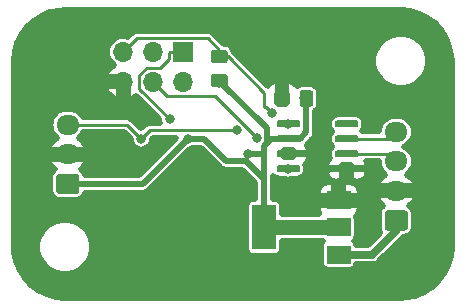
<source format=gbr>
G04 #@! TF.GenerationSoftware,KiCad,Pcbnew,(5.1.4)-1*
G04 #@! TF.CreationDate,2020-03-11T00:03:17-04:00*
G04 #@! TF.ProjectId,Psyduck,50737964-7563-46b2-9e6b-696361645f70,rev?*
G04 #@! TF.SameCoordinates,Original*
G04 #@! TF.FileFunction,Copper,L2,Bot*
G04 #@! TF.FilePolarity,Positive*
%FSLAX46Y46*%
G04 Gerber Fmt 4.6, Leading zero omitted, Abs format (unit mm)*
G04 Created by KiCad (PCBNEW (5.1.4)-1) date 2020-03-11 00:03:17*
%MOMM*%
%LPD*%
G04 APERTURE LIST*
%ADD10O,1.950000X1.700000*%
%ADD11C,0.100000*%
%ADD12C,1.700000*%
%ADD13C,1.150000*%
%ADD14R,2.000000X1.500000*%
%ADD15R,2.000000X3.800000*%
%ADD16C,0.600000*%
%ADD17O,1.700000X1.700000*%
%ADD18R,1.700000X1.700000*%
%ADD19C,0.800000*%
%ADD20C,0.508000*%
%ADD21C,1.270000*%
%ADD22C,0.250000*%
%ADD23C,0.635000*%
G04 APERTURE END LIST*
D10*
X17780000Y-22940000D03*
X17780000Y-25440000D03*
D11*
G36*
X18529504Y-27091204D02*
G01*
X18553773Y-27094804D01*
X18577571Y-27100765D01*
X18600671Y-27109030D01*
X18622849Y-27119520D01*
X18643893Y-27132133D01*
X18663598Y-27146747D01*
X18681777Y-27163223D01*
X18698253Y-27181402D01*
X18712867Y-27201107D01*
X18725480Y-27222151D01*
X18735970Y-27244329D01*
X18744235Y-27267429D01*
X18750196Y-27291227D01*
X18753796Y-27315496D01*
X18755000Y-27340000D01*
X18755000Y-28540000D01*
X18753796Y-28564504D01*
X18750196Y-28588773D01*
X18744235Y-28612571D01*
X18735970Y-28635671D01*
X18725480Y-28657849D01*
X18712867Y-28678893D01*
X18698253Y-28698598D01*
X18681777Y-28716777D01*
X18663598Y-28733253D01*
X18643893Y-28747867D01*
X18622849Y-28760480D01*
X18600671Y-28770970D01*
X18577571Y-28779235D01*
X18553773Y-28785196D01*
X18529504Y-28788796D01*
X18505000Y-28790000D01*
X17055000Y-28790000D01*
X17030496Y-28788796D01*
X17006227Y-28785196D01*
X16982429Y-28779235D01*
X16959329Y-28770970D01*
X16937151Y-28760480D01*
X16916107Y-28747867D01*
X16896402Y-28733253D01*
X16878223Y-28716777D01*
X16861747Y-28698598D01*
X16847133Y-28678893D01*
X16834520Y-28657849D01*
X16824030Y-28635671D01*
X16815765Y-28612571D01*
X16809804Y-28588773D01*
X16806204Y-28564504D01*
X16805000Y-28540000D01*
X16805000Y-27340000D01*
X16806204Y-27315496D01*
X16809804Y-27291227D01*
X16815765Y-27267429D01*
X16824030Y-27244329D01*
X16834520Y-27222151D01*
X16847133Y-27201107D01*
X16861747Y-27181402D01*
X16878223Y-27163223D01*
X16896402Y-27146747D01*
X16916107Y-27132133D01*
X16937151Y-27119520D01*
X16959329Y-27109030D01*
X16982429Y-27100765D01*
X17006227Y-27094804D01*
X17030496Y-27091204D01*
X17055000Y-27090000D01*
X18505000Y-27090000D01*
X18529504Y-27091204D01*
X18529504Y-27091204D01*
G37*
D12*
X17780000Y-27940000D03*
D10*
X45593000Y-23535000D03*
X45593000Y-26035000D03*
X45593000Y-28535000D03*
D11*
G36*
X46342504Y-30186204D02*
G01*
X46366773Y-30189804D01*
X46390571Y-30195765D01*
X46413671Y-30204030D01*
X46435849Y-30214520D01*
X46456893Y-30227133D01*
X46476598Y-30241747D01*
X46494777Y-30258223D01*
X46511253Y-30276402D01*
X46525867Y-30296107D01*
X46538480Y-30317151D01*
X46548970Y-30339329D01*
X46557235Y-30362429D01*
X46563196Y-30386227D01*
X46566796Y-30410496D01*
X46568000Y-30435000D01*
X46568000Y-31635000D01*
X46566796Y-31659504D01*
X46563196Y-31683773D01*
X46557235Y-31707571D01*
X46548970Y-31730671D01*
X46538480Y-31752849D01*
X46525867Y-31773893D01*
X46511253Y-31793598D01*
X46494777Y-31811777D01*
X46476598Y-31828253D01*
X46456893Y-31842867D01*
X46435849Y-31855480D01*
X46413671Y-31865970D01*
X46390571Y-31874235D01*
X46366773Y-31880196D01*
X46342504Y-31883796D01*
X46318000Y-31885000D01*
X44868000Y-31885000D01*
X44843496Y-31883796D01*
X44819227Y-31880196D01*
X44795429Y-31874235D01*
X44772329Y-31865970D01*
X44750151Y-31855480D01*
X44729107Y-31842867D01*
X44709402Y-31828253D01*
X44691223Y-31811777D01*
X44674747Y-31793598D01*
X44660133Y-31773893D01*
X44647520Y-31752849D01*
X44637030Y-31730671D01*
X44628765Y-31707571D01*
X44622804Y-31683773D01*
X44619204Y-31659504D01*
X44618000Y-31635000D01*
X44618000Y-30435000D01*
X44619204Y-30410496D01*
X44622804Y-30386227D01*
X44628765Y-30362429D01*
X44637030Y-30339329D01*
X44647520Y-30317151D01*
X44660133Y-30296107D01*
X44674747Y-30276402D01*
X44691223Y-30258223D01*
X44709402Y-30241747D01*
X44729107Y-30227133D01*
X44750151Y-30214520D01*
X44772329Y-30204030D01*
X44795429Y-30195765D01*
X44819227Y-30189804D01*
X44843496Y-30186204D01*
X44868000Y-30185000D01*
X46318000Y-30185000D01*
X46342504Y-30186204D01*
X46342504Y-30186204D01*
G37*
D12*
X45593000Y-31035000D03*
D11*
G36*
X36281505Y-20002204D02*
G01*
X36305773Y-20005804D01*
X36329572Y-20011765D01*
X36352671Y-20020030D01*
X36374850Y-20030520D01*
X36395893Y-20043132D01*
X36415599Y-20057747D01*
X36433777Y-20074223D01*
X36450253Y-20092401D01*
X36464868Y-20112107D01*
X36477480Y-20133150D01*
X36487970Y-20155329D01*
X36496235Y-20178428D01*
X36502196Y-20202227D01*
X36505796Y-20226495D01*
X36507000Y-20250999D01*
X36507000Y-21151001D01*
X36505796Y-21175505D01*
X36502196Y-21199773D01*
X36496235Y-21223572D01*
X36487970Y-21246671D01*
X36477480Y-21268850D01*
X36464868Y-21289893D01*
X36450253Y-21309599D01*
X36433777Y-21327777D01*
X36415599Y-21344253D01*
X36395893Y-21358868D01*
X36374850Y-21371480D01*
X36352671Y-21381970D01*
X36329572Y-21390235D01*
X36305773Y-21396196D01*
X36281505Y-21399796D01*
X36257001Y-21401000D01*
X35606999Y-21401000D01*
X35582495Y-21399796D01*
X35558227Y-21396196D01*
X35534428Y-21390235D01*
X35511329Y-21381970D01*
X35489150Y-21371480D01*
X35468107Y-21358868D01*
X35448401Y-21344253D01*
X35430223Y-21327777D01*
X35413747Y-21309599D01*
X35399132Y-21289893D01*
X35386520Y-21268850D01*
X35376030Y-21246671D01*
X35367765Y-21223572D01*
X35361804Y-21199773D01*
X35358204Y-21175505D01*
X35357000Y-21151001D01*
X35357000Y-20250999D01*
X35358204Y-20226495D01*
X35361804Y-20202227D01*
X35367765Y-20178428D01*
X35376030Y-20155329D01*
X35386520Y-20133150D01*
X35399132Y-20112107D01*
X35413747Y-20092401D01*
X35430223Y-20074223D01*
X35448401Y-20057747D01*
X35468107Y-20043132D01*
X35489150Y-20030520D01*
X35511329Y-20020030D01*
X35534428Y-20011765D01*
X35558227Y-20005804D01*
X35582495Y-20002204D01*
X35606999Y-20001000D01*
X36257001Y-20001000D01*
X36281505Y-20002204D01*
X36281505Y-20002204D01*
G37*
D13*
X35932000Y-20701000D03*
D11*
G36*
X38331505Y-20002204D02*
G01*
X38355773Y-20005804D01*
X38379572Y-20011765D01*
X38402671Y-20020030D01*
X38424850Y-20030520D01*
X38445893Y-20043132D01*
X38465599Y-20057747D01*
X38483777Y-20074223D01*
X38500253Y-20092401D01*
X38514868Y-20112107D01*
X38527480Y-20133150D01*
X38537970Y-20155329D01*
X38546235Y-20178428D01*
X38552196Y-20202227D01*
X38555796Y-20226495D01*
X38557000Y-20250999D01*
X38557000Y-21151001D01*
X38555796Y-21175505D01*
X38552196Y-21199773D01*
X38546235Y-21223572D01*
X38537970Y-21246671D01*
X38527480Y-21268850D01*
X38514868Y-21289893D01*
X38500253Y-21309599D01*
X38483777Y-21327777D01*
X38465599Y-21344253D01*
X38445893Y-21358868D01*
X38424850Y-21371480D01*
X38402671Y-21381970D01*
X38379572Y-21390235D01*
X38355773Y-21396196D01*
X38331505Y-21399796D01*
X38307001Y-21401000D01*
X37656999Y-21401000D01*
X37632495Y-21399796D01*
X37608227Y-21396196D01*
X37584428Y-21390235D01*
X37561329Y-21381970D01*
X37539150Y-21371480D01*
X37518107Y-21358868D01*
X37498401Y-21344253D01*
X37480223Y-21327777D01*
X37463747Y-21309599D01*
X37449132Y-21289893D01*
X37436520Y-21268850D01*
X37426030Y-21246671D01*
X37417765Y-21223572D01*
X37411804Y-21199773D01*
X37408204Y-21175505D01*
X37407000Y-21151001D01*
X37407000Y-20250999D01*
X37408204Y-20226495D01*
X37411804Y-20202227D01*
X37417765Y-20178428D01*
X37426030Y-20155329D01*
X37436520Y-20133150D01*
X37449132Y-20112107D01*
X37463747Y-20092401D01*
X37480223Y-20074223D01*
X37498401Y-20057747D01*
X37518107Y-20043132D01*
X37539150Y-20030520D01*
X37561329Y-20020030D01*
X37584428Y-20011765D01*
X37608227Y-20005804D01*
X37632495Y-20002204D01*
X37656999Y-20001000D01*
X38307001Y-20001000D01*
X38331505Y-20002204D01*
X38331505Y-20002204D01*
G37*
D13*
X37982000Y-20701000D03*
D14*
X40717000Y-29323000D03*
X40717000Y-33923000D03*
X40717000Y-31623000D03*
D15*
X34417000Y-31623000D03*
D11*
G36*
X42241703Y-26370722D02*
G01*
X42256264Y-26372882D01*
X42270543Y-26376459D01*
X42284403Y-26381418D01*
X42297710Y-26387712D01*
X42310336Y-26395280D01*
X42322159Y-26404048D01*
X42333066Y-26413934D01*
X42342952Y-26424841D01*
X42351720Y-26436664D01*
X42359288Y-26449290D01*
X42365582Y-26462597D01*
X42370541Y-26476457D01*
X42374118Y-26490736D01*
X42376278Y-26505297D01*
X42377000Y-26520000D01*
X42377000Y-26820000D01*
X42376278Y-26834703D01*
X42374118Y-26849264D01*
X42370541Y-26863543D01*
X42365582Y-26877403D01*
X42359288Y-26890710D01*
X42351720Y-26903336D01*
X42342952Y-26915159D01*
X42333066Y-26926066D01*
X42322159Y-26935952D01*
X42310336Y-26944720D01*
X42297710Y-26952288D01*
X42284403Y-26958582D01*
X42270543Y-26963541D01*
X42256264Y-26967118D01*
X42241703Y-26969278D01*
X42227000Y-26970000D01*
X40577000Y-26970000D01*
X40562297Y-26969278D01*
X40547736Y-26967118D01*
X40533457Y-26963541D01*
X40519597Y-26958582D01*
X40506290Y-26952288D01*
X40493664Y-26944720D01*
X40481841Y-26935952D01*
X40470934Y-26926066D01*
X40461048Y-26915159D01*
X40452280Y-26903336D01*
X40444712Y-26890710D01*
X40438418Y-26877403D01*
X40433459Y-26863543D01*
X40429882Y-26849264D01*
X40427722Y-26834703D01*
X40427000Y-26820000D01*
X40427000Y-26520000D01*
X40427722Y-26505297D01*
X40429882Y-26490736D01*
X40433459Y-26476457D01*
X40438418Y-26462597D01*
X40444712Y-26449290D01*
X40452280Y-26436664D01*
X40461048Y-26424841D01*
X40470934Y-26413934D01*
X40481841Y-26404048D01*
X40493664Y-26395280D01*
X40506290Y-26387712D01*
X40519597Y-26381418D01*
X40533457Y-26376459D01*
X40547736Y-26372882D01*
X40562297Y-26370722D01*
X40577000Y-26370000D01*
X42227000Y-26370000D01*
X42241703Y-26370722D01*
X42241703Y-26370722D01*
G37*
D16*
X41402000Y-26670000D03*
D11*
G36*
X42241703Y-25100722D02*
G01*
X42256264Y-25102882D01*
X42270543Y-25106459D01*
X42284403Y-25111418D01*
X42297710Y-25117712D01*
X42310336Y-25125280D01*
X42322159Y-25134048D01*
X42333066Y-25143934D01*
X42342952Y-25154841D01*
X42351720Y-25166664D01*
X42359288Y-25179290D01*
X42365582Y-25192597D01*
X42370541Y-25206457D01*
X42374118Y-25220736D01*
X42376278Y-25235297D01*
X42377000Y-25250000D01*
X42377000Y-25550000D01*
X42376278Y-25564703D01*
X42374118Y-25579264D01*
X42370541Y-25593543D01*
X42365582Y-25607403D01*
X42359288Y-25620710D01*
X42351720Y-25633336D01*
X42342952Y-25645159D01*
X42333066Y-25656066D01*
X42322159Y-25665952D01*
X42310336Y-25674720D01*
X42297710Y-25682288D01*
X42284403Y-25688582D01*
X42270543Y-25693541D01*
X42256264Y-25697118D01*
X42241703Y-25699278D01*
X42227000Y-25700000D01*
X40577000Y-25700000D01*
X40562297Y-25699278D01*
X40547736Y-25697118D01*
X40533457Y-25693541D01*
X40519597Y-25688582D01*
X40506290Y-25682288D01*
X40493664Y-25674720D01*
X40481841Y-25665952D01*
X40470934Y-25656066D01*
X40461048Y-25645159D01*
X40452280Y-25633336D01*
X40444712Y-25620710D01*
X40438418Y-25607403D01*
X40433459Y-25593543D01*
X40429882Y-25579264D01*
X40427722Y-25564703D01*
X40427000Y-25550000D01*
X40427000Y-25250000D01*
X40427722Y-25235297D01*
X40429882Y-25220736D01*
X40433459Y-25206457D01*
X40438418Y-25192597D01*
X40444712Y-25179290D01*
X40452280Y-25166664D01*
X40461048Y-25154841D01*
X40470934Y-25143934D01*
X40481841Y-25134048D01*
X40493664Y-25125280D01*
X40506290Y-25117712D01*
X40519597Y-25111418D01*
X40533457Y-25106459D01*
X40547736Y-25102882D01*
X40562297Y-25100722D01*
X40577000Y-25100000D01*
X42227000Y-25100000D01*
X42241703Y-25100722D01*
X42241703Y-25100722D01*
G37*
D16*
X41402000Y-25400000D03*
D11*
G36*
X42241703Y-23830722D02*
G01*
X42256264Y-23832882D01*
X42270543Y-23836459D01*
X42284403Y-23841418D01*
X42297710Y-23847712D01*
X42310336Y-23855280D01*
X42322159Y-23864048D01*
X42333066Y-23873934D01*
X42342952Y-23884841D01*
X42351720Y-23896664D01*
X42359288Y-23909290D01*
X42365582Y-23922597D01*
X42370541Y-23936457D01*
X42374118Y-23950736D01*
X42376278Y-23965297D01*
X42377000Y-23980000D01*
X42377000Y-24280000D01*
X42376278Y-24294703D01*
X42374118Y-24309264D01*
X42370541Y-24323543D01*
X42365582Y-24337403D01*
X42359288Y-24350710D01*
X42351720Y-24363336D01*
X42342952Y-24375159D01*
X42333066Y-24386066D01*
X42322159Y-24395952D01*
X42310336Y-24404720D01*
X42297710Y-24412288D01*
X42284403Y-24418582D01*
X42270543Y-24423541D01*
X42256264Y-24427118D01*
X42241703Y-24429278D01*
X42227000Y-24430000D01*
X40577000Y-24430000D01*
X40562297Y-24429278D01*
X40547736Y-24427118D01*
X40533457Y-24423541D01*
X40519597Y-24418582D01*
X40506290Y-24412288D01*
X40493664Y-24404720D01*
X40481841Y-24395952D01*
X40470934Y-24386066D01*
X40461048Y-24375159D01*
X40452280Y-24363336D01*
X40444712Y-24350710D01*
X40438418Y-24337403D01*
X40433459Y-24323543D01*
X40429882Y-24309264D01*
X40427722Y-24294703D01*
X40427000Y-24280000D01*
X40427000Y-23980000D01*
X40427722Y-23965297D01*
X40429882Y-23950736D01*
X40433459Y-23936457D01*
X40438418Y-23922597D01*
X40444712Y-23909290D01*
X40452280Y-23896664D01*
X40461048Y-23884841D01*
X40470934Y-23873934D01*
X40481841Y-23864048D01*
X40493664Y-23855280D01*
X40506290Y-23847712D01*
X40519597Y-23841418D01*
X40533457Y-23836459D01*
X40547736Y-23832882D01*
X40562297Y-23830722D01*
X40577000Y-23830000D01*
X42227000Y-23830000D01*
X42241703Y-23830722D01*
X42241703Y-23830722D01*
G37*
D16*
X41402000Y-24130000D03*
D11*
G36*
X42241703Y-22560722D02*
G01*
X42256264Y-22562882D01*
X42270543Y-22566459D01*
X42284403Y-22571418D01*
X42297710Y-22577712D01*
X42310336Y-22585280D01*
X42322159Y-22594048D01*
X42333066Y-22603934D01*
X42342952Y-22614841D01*
X42351720Y-22626664D01*
X42359288Y-22639290D01*
X42365582Y-22652597D01*
X42370541Y-22666457D01*
X42374118Y-22680736D01*
X42376278Y-22695297D01*
X42377000Y-22710000D01*
X42377000Y-23010000D01*
X42376278Y-23024703D01*
X42374118Y-23039264D01*
X42370541Y-23053543D01*
X42365582Y-23067403D01*
X42359288Y-23080710D01*
X42351720Y-23093336D01*
X42342952Y-23105159D01*
X42333066Y-23116066D01*
X42322159Y-23125952D01*
X42310336Y-23134720D01*
X42297710Y-23142288D01*
X42284403Y-23148582D01*
X42270543Y-23153541D01*
X42256264Y-23157118D01*
X42241703Y-23159278D01*
X42227000Y-23160000D01*
X40577000Y-23160000D01*
X40562297Y-23159278D01*
X40547736Y-23157118D01*
X40533457Y-23153541D01*
X40519597Y-23148582D01*
X40506290Y-23142288D01*
X40493664Y-23134720D01*
X40481841Y-23125952D01*
X40470934Y-23116066D01*
X40461048Y-23105159D01*
X40452280Y-23093336D01*
X40444712Y-23080710D01*
X40438418Y-23067403D01*
X40433459Y-23053543D01*
X40429882Y-23039264D01*
X40427722Y-23024703D01*
X40427000Y-23010000D01*
X40427000Y-22710000D01*
X40427722Y-22695297D01*
X40429882Y-22680736D01*
X40433459Y-22666457D01*
X40438418Y-22652597D01*
X40444712Y-22639290D01*
X40452280Y-22626664D01*
X40461048Y-22614841D01*
X40470934Y-22603934D01*
X40481841Y-22594048D01*
X40493664Y-22585280D01*
X40506290Y-22577712D01*
X40519597Y-22571418D01*
X40533457Y-22566459D01*
X40547736Y-22562882D01*
X40562297Y-22560722D01*
X40577000Y-22560000D01*
X42227000Y-22560000D01*
X42241703Y-22560722D01*
X42241703Y-22560722D01*
G37*
D16*
X41402000Y-22860000D03*
D11*
G36*
X37291703Y-22560722D02*
G01*
X37306264Y-22562882D01*
X37320543Y-22566459D01*
X37334403Y-22571418D01*
X37347710Y-22577712D01*
X37360336Y-22585280D01*
X37372159Y-22594048D01*
X37383066Y-22603934D01*
X37392952Y-22614841D01*
X37401720Y-22626664D01*
X37409288Y-22639290D01*
X37415582Y-22652597D01*
X37420541Y-22666457D01*
X37424118Y-22680736D01*
X37426278Y-22695297D01*
X37427000Y-22710000D01*
X37427000Y-23010000D01*
X37426278Y-23024703D01*
X37424118Y-23039264D01*
X37420541Y-23053543D01*
X37415582Y-23067403D01*
X37409288Y-23080710D01*
X37401720Y-23093336D01*
X37392952Y-23105159D01*
X37383066Y-23116066D01*
X37372159Y-23125952D01*
X37360336Y-23134720D01*
X37347710Y-23142288D01*
X37334403Y-23148582D01*
X37320543Y-23153541D01*
X37306264Y-23157118D01*
X37291703Y-23159278D01*
X37277000Y-23160000D01*
X35627000Y-23160000D01*
X35612297Y-23159278D01*
X35597736Y-23157118D01*
X35583457Y-23153541D01*
X35569597Y-23148582D01*
X35556290Y-23142288D01*
X35543664Y-23134720D01*
X35531841Y-23125952D01*
X35520934Y-23116066D01*
X35511048Y-23105159D01*
X35502280Y-23093336D01*
X35494712Y-23080710D01*
X35488418Y-23067403D01*
X35483459Y-23053543D01*
X35479882Y-23039264D01*
X35477722Y-23024703D01*
X35477000Y-23010000D01*
X35477000Y-22710000D01*
X35477722Y-22695297D01*
X35479882Y-22680736D01*
X35483459Y-22666457D01*
X35488418Y-22652597D01*
X35494712Y-22639290D01*
X35502280Y-22626664D01*
X35511048Y-22614841D01*
X35520934Y-22603934D01*
X35531841Y-22594048D01*
X35543664Y-22585280D01*
X35556290Y-22577712D01*
X35569597Y-22571418D01*
X35583457Y-22566459D01*
X35597736Y-22562882D01*
X35612297Y-22560722D01*
X35627000Y-22560000D01*
X37277000Y-22560000D01*
X37291703Y-22560722D01*
X37291703Y-22560722D01*
G37*
D16*
X36452000Y-22860000D03*
D11*
G36*
X37291703Y-23830722D02*
G01*
X37306264Y-23832882D01*
X37320543Y-23836459D01*
X37334403Y-23841418D01*
X37347710Y-23847712D01*
X37360336Y-23855280D01*
X37372159Y-23864048D01*
X37383066Y-23873934D01*
X37392952Y-23884841D01*
X37401720Y-23896664D01*
X37409288Y-23909290D01*
X37415582Y-23922597D01*
X37420541Y-23936457D01*
X37424118Y-23950736D01*
X37426278Y-23965297D01*
X37427000Y-23980000D01*
X37427000Y-24280000D01*
X37426278Y-24294703D01*
X37424118Y-24309264D01*
X37420541Y-24323543D01*
X37415582Y-24337403D01*
X37409288Y-24350710D01*
X37401720Y-24363336D01*
X37392952Y-24375159D01*
X37383066Y-24386066D01*
X37372159Y-24395952D01*
X37360336Y-24404720D01*
X37347710Y-24412288D01*
X37334403Y-24418582D01*
X37320543Y-24423541D01*
X37306264Y-24427118D01*
X37291703Y-24429278D01*
X37277000Y-24430000D01*
X35627000Y-24430000D01*
X35612297Y-24429278D01*
X35597736Y-24427118D01*
X35583457Y-24423541D01*
X35569597Y-24418582D01*
X35556290Y-24412288D01*
X35543664Y-24404720D01*
X35531841Y-24395952D01*
X35520934Y-24386066D01*
X35511048Y-24375159D01*
X35502280Y-24363336D01*
X35494712Y-24350710D01*
X35488418Y-24337403D01*
X35483459Y-24323543D01*
X35479882Y-24309264D01*
X35477722Y-24294703D01*
X35477000Y-24280000D01*
X35477000Y-23980000D01*
X35477722Y-23965297D01*
X35479882Y-23950736D01*
X35483459Y-23936457D01*
X35488418Y-23922597D01*
X35494712Y-23909290D01*
X35502280Y-23896664D01*
X35511048Y-23884841D01*
X35520934Y-23873934D01*
X35531841Y-23864048D01*
X35543664Y-23855280D01*
X35556290Y-23847712D01*
X35569597Y-23841418D01*
X35583457Y-23836459D01*
X35597736Y-23832882D01*
X35612297Y-23830722D01*
X35627000Y-23830000D01*
X37277000Y-23830000D01*
X37291703Y-23830722D01*
X37291703Y-23830722D01*
G37*
D16*
X36452000Y-24130000D03*
D11*
G36*
X37291703Y-25100722D02*
G01*
X37306264Y-25102882D01*
X37320543Y-25106459D01*
X37334403Y-25111418D01*
X37347710Y-25117712D01*
X37360336Y-25125280D01*
X37372159Y-25134048D01*
X37383066Y-25143934D01*
X37392952Y-25154841D01*
X37401720Y-25166664D01*
X37409288Y-25179290D01*
X37415582Y-25192597D01*
X37420541Y-25206457D01*
X37424118Y-25220736D01*
X37426278Y-25235297D01*
X37427000Y-25250000D01*
X37427000Y-25550000D01*
X37426278Y-25564703D01*
X37424118Y-25579264D01*
X37420541Y-25593543D01*
X37415582Y-25607403D01*
X37409288Y-25620710D01*
X37401720Y-25633336D01*
X37392952Y-25645159D01*
X37383066Y-25656066D01*
X37372159Y-25665952D01*
X37360336Y-25674720D01*
X37347710Y-25682288D01*
X37334403Y-25688582D01*
X37320543Y-25693541D01*
X37306264Y-25697118D01*
X37291703Y-25699278D01*
X37277000Y-25700000D01*
X35627000Y-25700000D01*
X35612297Y-25699278D01*
X35597736Y-25697118D01*
X35583457Y-25693541D01*
X35569597Y-25688582D01*
X35556290Y-25682288D01*
X35543664Y-25674720D01*
X35531841Y-25665952D01*
X35520934Y-25656066D01*
X35511048Y-25645159D01*
X35502280Y-25633336D01*
X35494712Y-25620710D01*
X35488418Y-25607403D01*
X35483459Y-25593543D01*
X35479882Y-25579264D01*
X35477722Y-25564703D01*
X35477000Y-25550000D01*
X35477000Y-25250000D01*
X35477722Y-25235297D01*
X35479882Y-25220736D01*
X35483459Y-25206457D01*
X35488418Y-25192597D01*
X35494712Y-25179290D01*
X35502280Y-25166664D01*
X35511048Y-25154841D01*
X35520934Y-25143934D01*
X35531841Y-25134048D01*
X35543664Y-25125280D01*
X35556290Y-25117712D01*
X35569597Y-25111418D01*
X35583457Y-25106459D01*
X35597736Y-25102882D01*
X35612297Y-25100722D01*
X35627000Y-25100000D01*
X37277000Y-25100000D01*
X37291703Y-25100722D01*
X37291703Y-25100722D01*
G37*
D16*
X36452000Y-25400000D03*
D11*
G36*
X37291703Y-26370722D02*
G01*
X37306264Y-26372882D01*
X37320543Y-26376459D01*
X37334403Y-26381418D01*
X37347710Y-26387712D01*
X37360336Y-26395280D01*
X37372159Y-26404048D01*
X37383066Y-26413934D01*
X37392952Y-26424841D01*
X37401720Y-26436664D01*
X37409288Y-26449290D01*
X37415582Y-26462597D01*
X37420541Y-26476457D01*
X37424118Y-26490736D01*
X37426278Y-26505297D01*
X37427000Y-26520000D01*
X37427000Y-26820000D01*
X37426278Y-26834703D01*
X37424118Y-26849264D01*
X37420541Y-26863543D01*
X37415582Y-26877403D01*
X37409288Y-26890710D01*
X37401720Y-26903336D01*
X37392952Y-26915159D01*
X37383066Y-26926066D01*
X37372159Y-26935952D01*
X37360336Y-26944720D01*
X37347710Y-26952288D01*
X37334403Y-26958582D01*
X37320543Y-26963541D01*
X37306264Y-26967118D01*
X37291703Y-26969278D01*
X37277000Y-26970000D01*
X35627000Y-26970000D01*
X35612297Y-26969278D01*
X35597736Y-26967118D01*
X35583457Y-26963541D01*
X35569597Y-26958582D01*
X35556290Y-26952288D01*
X35543664Y-26944720D01*
X35531841Y-26935952D01*
X35520934Y-26926066D01*
X35511048Y-26915159D01*
X35502280Y-26903336D01*
X35494712Y-26890710D01*
X35488418Y-26877403D01*
X35483459Y-26863543D01*
X35479882Y-26849264D01*
X35477722Y-26834703D01*
X35477000Y-26820000D01*
X35477000Y-26520000D01*
X35477722Y-26505297D01*
X35479882Y-26490736D01*
X35483459Y-26476457D01*
X35488418Y-26462597D01*
X35494712Y-26449290D01*
X35502280Y-26436664D01*
X35511048Y-26424841D01*
X35520934Y-26413934D01*
X35531841Y-26404048D01*
X35543664Y-26395280D01*
X35556290Y-26387712D01*
X35569597Y-26381418D01*
X35583457Y-26376459D01*
X35597736Y-26372882D01*
X35612297Y-26370722D01*
X35627000Y-26370000D01*
X37277000Y-26370000D01*
X37291703Y-26370722D01*
X37291703Y-26370722D01*
G37*
D16*
X36452000Y-26670000D03*
D11*
G36*
X31081505Y-16571204D02*
G01*
X31105773Y-16574804D01*
X31129572Y-16580765D01*
X31152671Y-16589030D01*
X31174850Y-16599520D01*
X31195893Y-16612132D01*
X31215599Y-16626747D01*
X31233777Y-16643223D01*
X31250253Y-16661401D01*
X31264868Y-16681107D01*
X31277480Y-16702150D01*
X31287970Y-16724329D01*
X31296235Y-16747428D01*
X31302196Y-16771227D01*
X31305796Y-16795495D01*
X31307000Y-16819999D01*
X31307000Y-17470001D01*
X31305796Y-17494505D01*
X31302196Y-17518773D01*
X31296235Y-17542572D01*
X31287970Y-17565671D01*
X31277480Y-17587850D01*
X31264868Y-17608893D01*
X31250253Y-17628599D01*
X31233777Y-17646777D01*
X31215599Y-17663253D01*
X31195893Y-17677868D01*
X31174850Y-17690480D01*
X31152671Y-17700970D01*
X31129572Y-17709235D01*
X31105773Y-17715196D01*
X31081505Y-17718796D01*
X31057001Y-17720000D01*
X30156999Y-17720000D01*
X30132495Y-17718796D01*
X30108227Y-17715196D01*
X30084428Y-17709235D01*
X30061329Y-17700970D01*
X30039150Y-17690480D01*
X30018107Y-17677868D01*
X29998401Y-17663253D01*
X29980223Y-17646777D01*
X29963747Y-17628599D01*
X29949132Y-17608893D01*
X29936520Y-17587850D01*
X29926030Y-17565671D01*
X29917765Y-17542572D01*
X29911804Y-17518773D01*
X29908204Y-17494505D01*
X29907000Y-17470001D01*
X29907000Y-16819999D01*
X29908204Y-16795495D01*
X29911804Y-16771227D01*
X29917765Y-16747428D01*
X29926030Y-16724329D01*
X29936520Y-16702150D01*
X29949132Y-16681107D01*
X29963747Y-16661401D01*
X29980223Y-16643223D01*
X29998401Y-16626747D01*
X30018107Y-16612132D01*
X30039150Y-16599520D01*
X30061329Y-16589030D01*
X30084428Y-16580765D01*
X30108227Y-16574804D01*
X30132495Y-16571204D01*
X30156999Y-16570000D01*
X31057001Y-16570000D01*
X31081505Y-16571204D01*
X31081505Y-16571204D01*
G37*
D13*
X30607000Y-17145000D03*
D11*
G36*
X31081505Y-18621204D02*
G01*
X31105773Y-18624804D01*
X31129572Y-18630765D01*
X31152671Y-18639030D01*
X31174850Y-18649520D01*
X31195893Y-18662132D01*
X31215599Y-18676747D01*
X31233777Y-18693223D01*
X31250253Y-18711401D01*
X31264868Y-18731107D01*
X31277480Y-18752150D01*
X31287970Y-18774329D01*
X31296235Y-18797428D01*
X31302196Y-18821227D01*
X31305796Y-18845495D01*
X31307000Y-18869999D01*
X31307000Y-19520001D01*
X31305796Y-19544505D01*
X31302196Y-19568773D01*
X31296235Y-19592572D01*
X31287970Y-19615671D01*
X31277480Y-19637850D01*
X31264868Y-19658893D01*
X31250253Y-19678599D01*
X31233777Y-19696777D01*
X31215599Y-19713253D01*
X31195893Y-19727868D01*
X31174850Y-19740480D01*
X31152671Y-19750970D01*
X31129572Y-19759235D01*
X31105773Y-19765196D01*
X31081505Y-19768796D01*
X31057001Y-19770000D01*
X30156999Y-19770000D01*
X30132495Y-19768796D01*
X30108227Y-19765196D01*
X30084428Y-19759235D01*
X30061329Y-19750970D01*
X30039150Y-19740480D01*
X30018107Y-19727868D01*
X29998401Y-19713253D01*
X29980223Y-19696777D01*
X29963747Y-19678599D01*
X29949132Y-19658893D01*
X29936520Y-19637850D01*
X29926030Y-19615671D01*
X29917765Y-19592572D01*
X29911804Y-19568773D01*
X29908204Y-19544505D01*
X29907000Y-19520001D01*
X29907000Y-18869999D01*
X29908204Y-18845495D01*
X29911804Y-18821227D01*
X29917765Y-18797428D01*
X29926030Y-18774329D01*
X29936520Y-18752150D01*
X29949132Y-18731107D01*
X29963747Y-18711401D01*
X29980223Y-18693223D01*
X29998401Y-18676747D01*
X30018107Y-18662132D01*
X30039150Y-18649520D01*
X30061329Y-18639030D01*
X30084428Y-18630765D01*
X30108227Y-18624804D01*
X30132495Y-18621204D01*
X30156999Y-18620000D01*
X31057001Y-18620000D01*
X31081505Y-18621204D01*
X31081505Y-18621204D01*
G37*
D13*
X30607000Y-19195000D03*
D17*
X22479000Y-19304000D03*
X22479000Y-16764000D03*
X25019000Y-19304000D03*
X25019000Y-16764000D03*
X27559000Y-19304000D03*
D18*
X27559000Y-16764000D03*
D19*
X41402000Y-20193000D03*
X40767000Y-29337000D03*
X36449000Y-25400000D03*
X32639000Y-31623000D03*
X27940000Y-26162000D03*
X40767000Y-31623000D03*
X38100000Y-31623000D03*
X34671000Y-31623000D03*
X27940000Y-24130000D03*
X33020000Y-25400000D03*
X40717000Y-33923000D03*
X35104000Y-21974002D03*
X33785040Y-24052610D03*
X26416000Y-22479000D03*
X36449000Y-22860000D03*
X36449000Y-26670000D03*
X24003000Y-24130000D03*
X32067457Y-23360333D03*
D20*
X27940000Y-24130000D02*
X29332000Y-24130000D01*
X29332000Y-24130000D02*
X31202001Y-26000001D01*
X31202001Y-26000001D02*
X32864079Y-26000001D01*
X34417000Y-27552922D02*
X34417000Y-31623000D01*
X32864079Y-26000001D02*
X34417000Y-27552922D01*
X27668000Y-19195000D02*
X27559000Y-19304000D01*
X34417000Y-25025078D02*
X34417000Y-29215000D01*
X34417000Y-25190000D02*
X34417000Y-24835157D01*
X34417000Y-29215000D02*
X34417000Y-31623000D01*
D21*
X40767000Y-31623000D02*
X34417000Y-31623000D01*
D20*
X36452000Y-24130000D02*
X34988080Y-24130000D01*
X37982000Y-23575000D02*
X37427000Y-24130000D01*
X37427000Y-24130000D02*
X36452000Y-24130000D01*
X37982000Y-20701000D02*
X37982000Y-23575000D01*
X25400000Y-26670000D02*
X27940000Y-24130000D01*
D22*
X31202001Y-25784538D02*
X31202001Y-26000001D01*
D20*
X34639040Y-23227040D02*
X30607000Y-19195000D01*
X34639040Y-24479040D02*
X34639040Y-23227040D01*
X34639040Y-24479040D02*
X34417000Y-24701080D01*
X34988080Y-24130000D02*
X34639040Y-24479040D01*
D22*
X34290000Y-25400000D02*
X34417000Y-25527000D01*
D20*
X33020000Y-25400000D02*
X34290000Y-25400000D01*
X34417000Y-24701080D02*
X34417000Y-25527000D01*
X34417000Y-25527000D02*
X34417000Y-29215000D01*
X24130000Y-27940000D02*
X25400000Y-26670000D01*
X17780000Y-27940000D02*
X24130000Y-27940000D01*
D22*
X44958000Y-25400000D02*
X45593000Y-26035000D01*
X41402000Y-25400000D02*
X44958000Y-25400000D01*
X44998000Y-24130000D02*
X45593000Y-23535000D01*
X41402000Y-24130000D02*
X44998000Y-24130000D01*
D23*
X42352000Y-33923000D02*
X40717000Y-33923000D01*
X45593000Y-31885000D02*
X43555000Y-33923000D01*
X43555000Y-33923000D02*
X42352000Y-33923000D01*
X45593000Y-31035000D02*
X45593000Y-31885000D01*
D22*
X23328999Y-15914001D02*
X22479000Y-16764000D01*
X23654001Y-15588999D02*
X23328999Y-15914001D01*
X29625999Y-15588999D02*
X23654001Y-15588999D01*
X30607000Y-16570000D02*
X29625999Y-15588999D01*
X30607000Y-17145000D02*
X30607000Y-16570000D01*
X30607000Y-17145000D02*
X31307000Y-17145000D01*
X31307000Y-17145000D02*
X34417000Y-20255000D01*
X34417000Y-20255000D02*
X34417000Y-21463000D01*
X34417000Y-21463000D02*
X34592998Y-21463000D01*
X34592998Y-21463000D02*
X35104000Y-21974002D01*
X26194001Y-20479001D02*
X29242002Y-20479001D01*
X25019000Y-19304000D02*
X26194001Y-20479001D01*
X29242002Y-20479001D02*
X30211431Y-20479001D01*
X30211431Y-20479001D02*
X33785040Y-24052610D01*
X25583001Y-18128999D02*
X24454999Y-18128999D01*
X26383999Y-17328001D02*
X25583001Y-18128999D01*
X24454999Y-18128999D02*
X23843999Y-18739999D01*
X26383999Y-16839001D02*
X26383999Y-17328001D01*
X26459000Y-16764000D02*
X26383999Y-16839001D01*
X27559000Y-16764000D02*
X26459000Y-16764000D01*
X23843999Y-19906999D02*
X26416000Y-22479000D01*
X23843999Y-18739999D02*
X23843999Y-19906999D01*
X29425839Y-23404999D02*
X24728001Y-23404999D01*
X24728001Y-23404999D02*
X24003000Y-24130000D01*
X29425839Y-23404999D02*
X32022791Y-23404999D01*
X32022791Y-23404999D02*
X32067457Y-23360333D01*
X22813000Y-22940000D02*
X24003000Y-24130000D01*
X17780000Y-22940000D02*
X22813000Y-22940000D01*
D20*
G36*
X46755926Y-13307094D02*
G01*
X47511670Y-13520236D01*
X48215914Y-13867531D01*
X48845073Y-14337346D01*
X49378086Y-14913956D01*
X49797091Y-15578039D01*
X50088059Y-16307357D01*
X50243305Y-17087828D01*
X50267001Y-17539984D01*
X50267000Y-33249564D01*
X50192906Y-34055926D01*
X49979763Y-34811672D01*
X49632469Y-35515914D01*
X49162651Y-36145076D01*
X48586045Y-36678086D01*
X47921965Y-37097088D01*
X47192644Y-37388059D01*
X46412172Y-37543305D01*
X45960034Y-37567000D01*
X17550436Y-37567000D01*
X16744074Y-37492906D01*
X15988328Y-37279763D01*
X15284086Y-36932469D01*
X14654924Y-36462651D01*
X14121914Y-35886045D01*
X13702912Y-35221965D01*
X13411941Y-34492644D01*
X13256695Y-33712172D01*
X13233000Y-33260034D01*
X13233000Y-33045522D01*
X15206224Y-33045522D01*
X15206224Y-33502478D01*
X15295372Y-33950654D01*
X15470242Y-34372826D01*
X15724113Y-34752771D01*
X16047229Y-35075887D01*
X16427174Y-35329758D01*
X16849346Y-35504628D01*
X17297522Y-35593776D01*
X17754478Y-35593776D01*
X18202654Y-35504628D01*
X18624826Y-35329758D01*
X19004771Y-35075887D01*
X19327887Y-34752771D01*
X19581758Y-34372826D01*
X19756628Y-33950654D01*
X19845776Y-33502478D01*
X19845776Y-33045522D01*
X19756628Y-32597346D01*
X19581758Y-32175174D01*
X19327887Y-31795229D01*
X19004771Y-31472113D01*
X18624826Y-31218242D01*
X18202654Y-31043372D01*
X17754478Y-30954224D01*
X17297522Y-30954224D01*
X16849346Y-31043372D01*
X16427174Y-31218242D01*
X16047229Y-31472113D01*
X15724113Y-31795229D01*
X15470242Y-32175174D01*
X15295372Y-32597346D01*
X15206224Y-33045522D01*
X13233000Y-33045522D01*
X13233000Y-24818663D01*
X16167558Y-24818663D01*
X16285511Y-25059000D01*
X17399000Y-25059000D01*
X17399000Y-25039000D01*
X18161000Y-25039000D01*
X18161000Y-25059000D01*
X19274489Y-25059000D01*
X19392442Y-24818663D01*
X19334905Y-24717546D01*
X19166486Y-24452467D01*
X18949589Y-24225338D01*
X18696196Y-24047448D01*
X18869897Y-23904897D01*
X19039598Y-23698114D01*
X19106473Y-23573000D01*
X22550803Y-23573000D01*
X23095000Y-24117198D01*
X23095000Y-24219430D01*
X23129894Y-24394854D01*
X23198341Y-24560099D01*
X23297711Y-24708816D01*
X23424184Y-24835289D01*
X23572901Y-24934659D01*
X23738146Y-25003106D01*
X23913570Y-25038000D01*
X24092430Y-25038000D01*
X24267854Y-25003106D01*
X24433099Y-24934659D01*
X24581816Y-24835289D01*
X24708289Y-24708816D01*
X24807659Y-24560099D01*
X24876106Y-24394854D01*
X24911000Y-24219430D01*
X24911000Y-24117197D01*
X24990198Y-24037999D01*
X26954370Y-24037999D01*
X24887653Y-26104717D01*
X24887648Y-26104721D01*
X23814370Y-27178000D01*
X19246707Y-27178000D01*
X19207571Y-27048986D01*
X19137297Y-26917513D01*
X19042724Y-26802276D01*
X18927487Y-26707703D01*
X18897141Y-26691482D01*
X18949589Y-26654662D01*
X19166486Y-26427533D01*
X19334905Y-26162454D01*
X19392442Y-26061337D01*
X19274489Y-25821000D01*
X18161000Y-25821000D01*
X18161000Y-25841000D01*
X17399000Y-25841000D01*
X17399000Y-25821000D01*
X16285511Y-25821000D01*
X16167558Y-26061337D01*
X16225095Y-26162454D01*
X16393514Y-26427533D01*
X16610411Y-26654662D01*
X16662859Y-26691482D01*
X16632513Y-26707703D01*
X16517276Y-26802276D01*
X16422703Y-26917513D01*
X16352429Y-27048986D01*
X16309155Y-27191642D01*
X16294543Y-27340000D01*
X16294543Y-28540000D01*
X16309155Y-28688358D01*
X16352429Y-28831014D01*
X16422703Y-28962487D01*
X16517276Y-29077724D01*
X16632513Y-29172297D01*
X16763986Y-29242571D01*
X16906642Y-29285845D01*
X17055000Y-29300457D01*
X18505000Y-29300457D01*
X18653358Y-29285845D01*
X18796014Y-29242571D01*
X18927487Y-29172297D01*
X19042724Y-29077724D01*
X19137297Y-28962487D01*
X19207571Y-28831014D01*
X19246707Y-28702000D01*
X24092577Y-28702000D01*
X24130000Y-28705686D01*
X24167423Y-28702000D01*
X24167426Y-28702000D01*
X24279378Y-28690974D01*
X24423015Y-28647402D01*
X24555392Y-28576645D01*
X24671422Y-28481422D01*
X24695284Y-28452346D01*
X25965279Y-27182352D01*
X25965283Y-27182347D01*
X28129545Y-25018086D01*
X28204854Y-25003106D01*
X28370099Y-24934659D01*
X28433942Y-24892000D01*
X29016370Y-24892000D01*
X30636721Y-26512352D01*
X30660579Y-26541423D01*
X30689649Y-26565280D01*
X30776608Y-26636646D01*
X30818131Y-26658840D01*
X30908986Y-26707403D01*
X31052623Y-26750975D01*
X31164575Y-26762001D01*
X31164578Y-26762001D01*
X31202001Y-26765687D01*
X31239424Y-26762001D01*
X32548449Y-26762001D01*
X33655000Y-27868553D01*
X33655000Y-29212543D01*
X33417000Y-29212543D01*
X33317415Y-29222351D01*
X33221657Y-29251399D01*
X33133405Y-29298571D01*
X33056052Y-29362052D01*
X32992571Y-29439405D01*
X32945399Y-29527657D01*
X32916351Y-29623415D01*
X32906543Y-29723000D01*
X32906543Y-33523000D01*
X32916351Y-33622585D01*
X32945399Y-33718343D01*
X32992571Y-33806595D01*
X33056052Y-33883948D01*
X33133405Y-33947429D01*
X33221657Y-33994601D01*
X33317415Y-34023649D01*
X33417000Y-34033457D01*
X35417000Y-34033457D01*
X35516585Y-34023649D01*
X35612343Y-33994601D01*
X35700595Y-33947429D01*
X35777948Y-33883948D01*
X35841429Y-33806595D01*
X35888601Y-33718343D01*
X35917649Y-33622585D01*
X35927457Y-33523000D01*
X35927457Y-32766000D01*
X39395108Y-32766000D01*
X39403638Y-32773000D01*
X39356052Y-32812052D01*
X39292571Y-32889405D01*
X39245399Y-32977657D01*
X39216351Y-33073415D01*
X39206543Y-33173000D01*
X39206543Y-34673000D01*
X39216351Y-34772585D01*
X39245399Y-34868343D01*
X39292571Y-34956595D01*
X39356052Y-35033948D01*
X39433405Y-35097429D01*
X39521657Y-35144601D01*
X39617415Y-35173649D01*
X39717000Y-35183457D01*
X41717000Y-35183457D01*
X41816585Y-35173649D01*
X41912343Y-35144601D01*
X42000595Y-35097429D01*
X42077948Y-35033948D01*
X42141429Y-34956595D01*
X42188601Y-34868343D01*
X42217649Y-34772585D01*
X42220021Y-34748500D01*
X43514450Y-34748500D01*
X43555000Y-34752494D01*
X43595550Y-34748500D01*
X43595553Y-34748500D01*
X43716826Y-34736556D01*
X43872434Y-34689353D01*
X44015842Y-34612699D01*
X44141541Y-34509541D01*
X44167398Y-34478034D01*
X46148039Y-32497394D01*
X46179541Y-32471541D01*
X46241981Y-32395457D01*
X46318000Y-32395457D01*
X46466358Y-32380845D01*
X46609014Y-32337571D01*
X46740487Y-32267297D01*
X46855724Y-32172724D01*
X46950297Y-32057487D01*
X47020571Y-31926014D01*
X47063845Y-31783358D01*
X47078457Y-31635000D01*
X47078457Y-30435000D01*
X47063845Y-30286642D01*
X47020571Y-30143986D01*
X46950297Y-30012513D01*
X46855724Y-29897276D01*
X46740487Y-29802703D01*
X46710141Y-29786482D01*
X46762589Y-29749662D01*
X46979486Y-29522533D01*
X47147905Y-29257454D01*
X47205442Y-29156337D01*
X47087489Y-28916000D01*
X45974000Y-28916000D01*
X45974000Y-28936000D01*
X45212000Y-28936000D01*
X45212000Y-28916000D01*
X44098511Y-28916000D01*
X43980558Y-29156337D01*
X44038095Y-29257454D01*
X44206514Y-29522533D01*
X44423411Y-29749662D01*
X44475859Y-29786482D01*
X44445513Y-29802703D01*
X44330276Y-29897276D01*
X44235703Y-30012513D01*
X44165429Y-30143986D01*
X44122155Y-30286642D01*
X44107543Y-30435000D01*
X44107543Y-31635000D01*
X44122155Y-31783358D01*
X44165429Y-31926014D01*
X44235703Y-32057487D01*
X44243536Y-32067031D01*
X43213068Y-33097500D01*
X42220021Y-33097500D01*
X42217649Y-33073415D01*
X42188601Y-32977657D01*
X42141429Y-32889405D01*
X42077948Y-32812052D01*
X42030362Y-32773000D01*
X42077948Y-32733948D01*
X42141429Y-32656595D01*
X42188601Y-32568343D01*
X42217649Y-32472585D01*
X42227457Y-32373000D01*
X42227457Y-30873000D01*
X42217649Y-30773415D01*
X42188601Y-30677657D01*
X42186396Y-30673532D01*
X42258422Y-30614422D01*
X42353645Y-30498393D01*
X42424403Y-30366016D01*
X42467975Y-30222378D01*
X42482687Y-30073000D01*
X42479000Y-29894500D01*
X42288500Y-29704000D01*
X41098000Y-29704000D01*
X41098000Y-29724000D01*
X40336000Y-29724000D01*
X40336000Y-29704000D01*
X39145500Y-29704000D01*
X38955000Y-29894500D01*
X38951313Y-30073000D01*
X38966025Y-30222378D01*
X39009597Y-30366016D01*
X39070524Y-30480000D01*
X35927457Y-30480000D01*
X35927457Y-29723000D01*
X35917649Y-29623415D01*
X35888601Y-29527657D01*
X35841429Y-29439405D01*
X35777948Y-29362052D01*
X35700595Y-29298571D01*
X35612343Y-29251399D01*
X35516585Y-29222351D01*
X35417000Y-29212543D01*
X35179000Y-29212543D01*
X35179000Y-28573000D01*
X38951313Y-28573000D01*
X38955000Y-28751500D01*
X39145500Y-28942000D01*
X40336000Y-28942000D01*
X40336000Y-28001500D01*
X41098000Y-28001500D01*
X41098000Y-28942000D01*
X42288500Y-28942000D01*
X42479000Y-28751500D01*
X42482687Y-28573000D01*
X42467975Y-28423622D01*
X42424403Y-28279984D01*
X42353645Y-28147607D01*
X42258422Y-28031578D01*
X42142393Y-27936355D01*
X42010016Y-27865597D01*
X41866378Y-27822025D01*
X41717000Y-27807313D01*
X41288500Y-27811000D01*
X41098000Y-28001500D01*
X40336000Y-28001500D01*
X40145500Y-27811000D01*
X39717000Y-27807313D01*
X39567622Y-27822025D01*
X39423984Y-27865597D01*
X39291607Y-27936355D01*
X39175578Y-28031578D01*
X39080355Y-28147607D01*
X39009597Y-28279984D01*
X38966025Y-28423622D01*
X38951313Y-28573000D01*
X35179000Y-28573000D01*
X35179000Y-27590345D01*
X35182686Y-27552922D01*
X35179000Y-27515496D01*
X35179000Y-27302618D01*
X35260070Y-27369150D01*
X35374254Y-27430183D01*
X35498151Y-27467767D01*
X35627000Y-27480457D01*
X36032899Y-27480457D01*
X36184146Y-27543106D01*
X36359570Y-27578000D01*
X36538430Y-27578000D01*
X36713854Y-27543106D01*
X36865101Y-27480457D01*
X37277000Y-27480457D01*
X37405849Y-27467767D01*
X37529746Y-27430183D01*
X37643930Y-27369150D01*
X37744014Y-27287014D01*
X37826150Y-27186930D01*
X37887183Y-27072746D01*
X37918350Y-26970000D01*
X39661313Y-26970000D01*
X39676025Y-27119378D01*
X39719597Y-27263016D01*
X39790355Y-27395393D01*
X39885578Y-27511422D01*
X40001607Y-27606645D01*
X40133984Y-27677403D01*
X40277622Y-27720975D01*
X40427000Y-27735687D01*
X40830500Y-27732000D01*
X41021000Y-27541500D01*
X41021000Y-26716000D01*
X41783000Y-26716000D01*
X41783000Y-27541500D01*
X41973500Y-27732000D01*
X42377000Y-27735687D01*
X42526378Y-27720975D01*
X42670016Y-27677403D01*
X42802393Y-27606645D01*
X42918422Y-27511422D01*
X43013645Y-27395393D01*
X43084403Y-27263016D01*
X43127975Y-27119378D01*
X43142687Y-26970000D01*
X43139000Y-26906500D01*
X42948500Y-26716000D01*
X41783000Y-26716000D01*
X41021000Y-26716000D01*
X39855500Y-26716000D01*
X39665000Y-26906500D01*
X39661313Y-26970000D01*
X37918350Y-26970000D01*
X37924767Y-26948849D01*
X37937457Y-26820000D01*
X37937457Y-26520000D01*
X37924767Y-26391151D01*
X37918351Y-26370000D01*
X39661313Y-26370000D01*
X39665000Y-26433500D01*
X39855500Y-26624000D01*
X41021000Y-26624000D01*
X41021000Y-26370000D01*
X41783000Y-26370000D01*
X41783000Y-26624000D01*
X42948500Y-26624000D01*
X43139000Y-26433500D01*
X43142687Y-26370000D01*
X43127975Y-26220622D01*
X43084403Y-26076984D01*
X43060893Y-26033000D01*
X44103627Y-26033000D01*
X44103430Y-26035000D01*
X44129650Y-26301214D01*
X44207302Y-26557198D01*
X44333402Y-26793114D01*
X44503103Y-26999897D01*
X44676804Y-27142448D01*
X44423411Y-27320338D01*
X44206514Y-27547467D01*
X44038095Y-27812546D01*
X43980558Y-27913663D01*
X44098511Y-28154000D01*
X45212000Y-28154000D01*
X45212000Y-28134000D01*
X45974000Y-28134000D01*
X45974000Y-28154000D01*
X47087489Y-28154000D01*
X47205442Y-27913663D01*
X47147905Y-27812546D01*
X46979486Y-27547467D01*
X46762589Y-27320338D01*
X46509196Y-27142448D01*
X46682897Y-26999897D01*
X46852598Y-26793114D01*
X46978698Y-26557198D01*
X47056350Y-26301214D01*
X47082570Y-26035000D01*
X47056350Y-25768786D01*
X46978698Y-25512802D01*
X46852598Y-25276886D01*
X46682897Y-25070103D01*
X46476114Y-24900402D01*
X46260213Y-24785000D01*
X46476114Y-24669598D01*
X46682897Y-24499897D01*
X46852598Y-24293114D01*
X46978698Y-24057198D01*
X47056350Y-23801214D01*
X47082570Y-23535000D01*
X47056350Y-23268786D01*
X46978698Y-23012802D01*
X46852598Y-22776886D01*
X46682897Y-22570103D01*
X46476114Y-22400402D01*
X46240198Y-22274302D01*
X45984214Y-22196650D01*
X45784706Y-22177000D01*
X45401294Y-22177000D01*
X45201786Y-22196650D01*
X44945802Y-22274302D01*
X44709886Y-22400402D01*
X44503103Y-22570103D01*
X44333402Y-22776886D01*
X44207302Y-23012802D01*
X44129650Y-23268786D01*
X44107173Y-23497000D01*
X42674535Y-23497000D01*
X42672098Y-23495000D01*
X42694014Y-23477014D01*
X42776150Y-23376930D01*
X42837183Y-23262746D01*
X42874767Y-23138849D01*
X42887457Y-23010000D01*
X42887457Y-22710000D01*
X42874767Y-22581151D01*
X42837183Y-22457254D01*
X42776150Y-22343070D01*
X42694014Y-22242986D01*
X42593930Y-22160850D01*
X42479746Y-22099817D01*
X42355849Y-22062233D01*
X42227000Y-22049543D01*
X40577000Y-22049543D01*
X40448151Y-22062233D01*
X40324254Y-22099817D01*
X40210070Y-22160850D01*
X40109986Y-22242986D01*
X40027850Y-22343070D01*
X39966817Y-22457254D01*
X39929233Y-22581151D01*
X39916543Y-22710000D01*
X39916543Y-23010000D01*
X39929233Y-23138849D01*
X39966817Y-23262746D01*
X40027850Y-23376930D01*
X40109986Y-23477014D01*
X40131902Y-23495000D01*
X40109986Y-23512986D01*
X40027850Y-23613070D01*
X39966817Y-23727254D01*
X39929233Y-23851151D01*
X39916543Y-23980000D01*
X39916543Y-24280000D01*
X39929233Y-24408849D01*
X39966817Y-24532746D01*
X40027850Y-24646930D01*
X40109986Y-24747014D01*
X40131902Y-24765000D01*
X40109986Y-24782986D01*
X40027850Y-24883070D01*
X39966817Y-24997254D01*
X39929233Y-25121151D01*
X39916543Y-25250000D01*
X39916543Y-25550000D01*
X39929233Y-25678849D01*
X39956898Y-25770047D01*
X39885578Y-25828578D01*
X39790355Y-25944607D01*
X39719597Y-26076984D01*
X39676025Y-26220622D01*
X39661313Y-26370000D01*
X37918351Y-26370000D01*
X37897102Y-26299953D01*
X37968422Y-26241422D01*
X38063645Y-26125393D01*
X38134403Y-25993016D01*
X38177975Y-25849378D01*
X38192687Y-25700000D01*
X38189000Y-25636500D01*
X37998500Y-25446000D01*
X36833000Y-25446000D01*
X36833000Y-25700000D01*
X36071000Y-25700000D01*
X36071000Y-25446000D01*
X36051000Y-25446000D01*
X36051000Y-25354000D01*
X36071000Y-25354000D01*
X36071000Y-25100000D01*
X36833000Y-25100000D01*
X36833000Y-25354000D01*
X37998500Y-25354000D01*
X38189000Y-25163500D01*
X38192687Y-25100000D01*
X38177975Y-24950622D01*
X38134403Y-24806984D01*
X38063645Y-24674607D01*
X38016937Y-24617693D01*
X38494346Y-24140284D01*
X38523422Y-24116422D01*
X38587782Y-24037999D01*
X38618645Y-24000393D01*
X38679473Y-23886590D01*
X38689402Y-23868015D01*
X38732974Y-23724378D01*
X38744000Y-23612426D01*
X38744000Y-23612423D01*
X38747686Y-23575000D01*
X38744000Y-23537577D01*
X38744000Y-21771387D01*
X38844725Y-21688725D01*
X38939297Y-21573488D01*
X39009571Y-21442015D01*
X39052845Y-21299359D01*
X39067457Y-21151001D01*
X39067457Y-20250999D01*
X39052845Y-20102641D01*
X39009571Y-19959985D01*
X38939297Y-19828512D01*
X38844725Y-19713275D01*
X38729488Y-19618703D01*
X38598015Y-19548429D01*
X38455359Y-19505155D01*
X38307001Y-19490543D01*
X37656999Y-19490543D01*
X37508641Y-19505155D01*
X37365985Y-19548429D01*
X37234512Y-19618703D01*
X37187363Y-19657397D01*
X37143645Y-19575607D01*
X37048422Y-19459578D01*
X36932393Y-19364355D01*
X36800016Y-19293597D01*
X36656378Y-19250025D01*
X36507000Y-19235313D01*
X36443500Y-19239000D01*
X36253000Y-19429500D01*
X36253000Y-20320000D01*
X36333000Y-20320000D01*
X36333000Y-21082000D01*
X36253000Y-21082000D01*
X36253000Y-21102000D01*
X35611000Y-21102000D01*
X35611000Y-21082000D01*
X35531000Y-21082000D01*
X35531000Y-20320000D01*
X35611000Y-20320000D01*
X35611000Y-19429500D01*
X35420500Y-19239000D01*
X35357000Y-19235313D01*
X35207622Y-19250025D01*
X35063984Y-19293597D01*
X34931607Y-19364355D01*
X34815578Y-19459578D01*
X34720355Y-19575607D01*
X34689859Y-19632661D01*
X32354720Y-17297522D01*
X43654224Y-17297522D01*
X43654224Y-17754478D01*
X43743372Y-18202654D01*
X43918242Y-18624826D01*
X44172113Y-19004771D01*
X44495229Y-19327887D01*
X44875174Y-19581758D01*
X45297346Y-19756628D01*
X45745522Y-19845776D01*
X46202478Y-19845776D01*
X46650654Y-19756628D01*
X47072826Y-19581758D01*
X47452771Y-19327887D01*
X47775887Y-19004771D01*
X48029758Y-18624826D01*
X48204628Y-18202654D01*
X48293776Y-17754478D01*
X48293776Y-17297522D01*
X48204628Y-16849346D01*
X48029758Y-16427174D01*
X47775887Y-16047229D01*
X47452771Y-15724113D01*
X47072826Y-15470242D01*
X46650654Y-15295372D01*
X46202478Y-15206224D01*
X45745522Y-15206224D01*
X45297346Y-15295372D01*
X44875174Y-15470242D01*
X44495229Y-15724113D01*
X44172113Y-16047229D01*
X43918242Y-16427174D01*
X43743372Y-16849346D01*
X43654224Y-17297522D01*
X32354720Y-17297522D01*
X31810930Y-16753733D01*
X31802845Y-16671641D01*
X31759571Y-16528985D01*
X31689297Y-16397512D01*
X31594725Y-16282275D01*
X31479488Y-16187703D01*
X31348015Y-16117429D01*
X31205359Y-16074155D01*
X31057001Y-16059543D01*
X30991740Y-16059543D01*
X30095583Y-15163386D01*
X30075763Y-15139235D01*
X29979376Y-15060133D01*
X29869409Y-15001354D01*
X29750089Y-14965159D01*
X29657087Y-14955999D01*
X29625999Y-14952937D01*
X29594911Y-14955999D01*
X23685086Y-14955999D01*
X23654000Y-14952937D01*
X23622914Y-14955999D01*
X23622913Y-14955999D01*
X23529911Y-14965159D01*
X23410591Y-15001354D01*
X23300624Y-15060133D01*
X23204237Y-15139235D01*
X23184413Y-15163391D01*
X22903388Y-15444415D01*
X22903382Y-15444420D01*
X22880971Y-15466831D01*
X22745214Y-15425650D01*
X22545706Y-15406000D01*
X22412294Y-15406000D01*
X22212786Y-15425650D01*
X21956802Y-15503302D01*
X21720886Y-15629402D01*
X21514103Y-15799103D01*
X21344402Y-16005886D01*
X21218302Y-16241802D01*
X21140650Y-16497786D01*
X21114430Y-16764000D01*
X21140650Y-17030214D01*
X21218302Y-17286198D01*
X21344402Y-17522114D01*
X21514103Y-17728897D01*
X21714290Y-17893185D01*
X21587423Y-17960989D01*
X21342546Y-18160733D01*
X21141342Y-18404412D01*
X20991544Y-18682661D01*
X21103158Y-18923000D01*
X22098000Y-18923000D01*
X22098000Y-18903000D01*
X22860000Y-18903000D01*
X22860000Y-18923000D01*
X22880000Y-18923000D01*
X22880000Y-19685000D01*
X22860000Y-19685000D01*
X22860000Y-20673489D01*
X23100337Y-20791442D01*
X23370577Y-20647011D01*
X23545847Y-20504044D01*
X25508000Y-22466197D01*
X25508000Y-22568430D01*
X25542894Y-22743854D01*
X25554552Y-22771999D01*
X24759086Y-22771999D01*
X24728000Y-22768937D01*
X24696914Y-22771999D01*
X24696913Y-22771999D01*
X24603911Y-22781159D01*
X24484591Y-22817354D01*
X24374624Y-22876133D01*
X24278237Y-22955235D01*
X24258417Y-22979386D01*
X24015803Y-23222000D01*
X23990198Y-23222000D01*
X23282584Y-22514387D01*
X23262764Y-22490236D01*
X23166377Y-22411134D01*
X23056410Y-22352355D01*
X22937090Y-22316160D01*
X22844088Y-22307000D01*
X22813000Y-22303938D01*
X22781912Y-22307000D01*
X19106473Y-22307000D01*
X19039598Y-22181886D01*
X18869897Y-21975103D01*
X18663114Y-21805402D01*
X18427198Y-21679302D01*
X18171214Y-21601650D01*
X17971706Y-21582000D01*
X17588294Y-21582000D01*
X17388786Y-21601650D01*
X17132802Y-21679302D01*
X16896886Y-21805402D01*
X16690103Y-21975103D01*
X16520402Y-22181886D01*
X16394302Y-22417802D01*
X16316650Y-22673786D01*
X16290430Y-22940000D01*
X16316650Y-23206214D01*
X16394302Y-23462198D01*
X16520402Y-23698114D01*
X16690103Y-23904897D01*
X16863804Y-24047448D01*
X16610411Y-24225338D01*
X16393514Y-24452467D01*
X16225095Y-24717546D01*
X16167558Y-24818663D01*
X13233000Y-24818663D01*
X13233000Y-19925339D01*
X20991544Y-19925339D01*
X21141342Y-20203588D01*
X21342546Y-20447267D01*
X21587423Y-20647011D01*
X21857663Y-20791442D01*
X22098000Y-20673489D01*
X22098000Y-19685000D01*
X21103158Y-19685000D01*
X20991544Y-19925339D01*
X13233000Y-19925339D01*
X13233000Y-17550436D01*
X13307094Y-16744074D01*
X13520236Y-15988330D01*
X13867531Y-15284086D01*
X14337346Y-14654927D01*
X14913956Y-14121914D01*
X15578039Y-13702909D01*
X16307357Y-13411941D01*
X17087828Y-13256695D01*
X17539965Y-13233000D01*
X45949564Y-13233000D01*
X46755926Y-13307094D01*
X46755926Y-13307094D01*
G37*
X46755926Y-13307094D02*
X47511670Y-13520236D01*
X48215914Y-13867531D01*
X48845073Y-14337346D01*
X49378086Y-14913956D01*
X49797091Y-15578039D01*
X50088059Y-16307357D01*
X50243305Y-17087828D01*
X50267001Y-17539984D01*
X50267000Y-33249564D01*
X50192906Y-34055926D01*
X49979763Y-34811672D01*
X49632469Y-35515914D01*
X49162651Y-36145076D01*
X48586045Y-36678086D01*
X47921965Y-37097088D01*
X47192644Y-37388059D01*
X46412172Y-37543305D01*
X45960034Y-37567000D01*
X17550436Y-37567000D01*
X16744074Y-37492906D01*
X15988328Y-37279763D01*
X15284086Y-36932469D01*
X14654924Y-36462651D01*
X14121914Y-35886045D01*
X13702912Y-35221965D01*
X13411941Y-34492644D01*
X13256695Y-33712172D01*
X13233000Y-33260034D01*
X13233000Y-33045522D01*
X15206224Y-33045522D01*
X15206224Y-33502478D01*
X15295372Y-33950654D01*
X15470242Y-34372826D01*
X15724113Y-34752771D01*
X16047229Y-35075887D01*
X16427174Y-35329758D01*
X16849346Y-35504628D01*
X17297522Y-35593776D01*
X17754478Y-35593776D01*
X18202654Y-35504628D01*
X18624826Y-35329758D01*
X19004771Y-35075887D01*
X19327887Y-34752771D01*
X19581758Y-34372826D01*
X19756628Y-33950654D01*
X19845776Y-33502478D01*
X19845776Y-33045522D01*
X19756628Y-32597346D01*
X19581758Y-32175174D01*
X19327887Y-31795229D01*
X19004771Y-31472113D01*
X18624826Y-31218242D01*
X18202654Y-31043372D01*
X17754478Y-30954224D01*
X17297522Y-30954224D01*
X16849346Y-31043372D01*
X16427174Y-31218242D01*
X16047229Y-31472113D01*
X15724113Y-31795229D01*
X15470242Y-32175174D01*
X15295372Y-32597346D01*
X15206224Y-33045522D01*
X13233000Y-33045522D01*
X13233000Y-24818663D01*
X16167558Y-24818663D01*
X16285511Y-25059000D01*
X17399000Y-25059000D01*
X17399000Y-25039000D01*
X18161000Y-25039000D01*
X18161000Y-25059000D01*
X19274489Y-25059000D01*
X19392442Y-24818663D01*
X19334905Y-24717546D01*
X19166486Y-24452467D01*
X18949589Y-24225338D01*
X18696196Y-24047448D01*
X18869897Y-23904897D01*
X19039598Y-23698114D01*
X19106473Y-23573000D01*
X22550803Y-23573000D01*
X23095000Y-24117198D01*
X23095000Y-24219430D01*
X23129894Y-24394854D01*
X23198341Y-24560099D01*
X23297711Y-24708816D01*
X23424184Y-24835289D01*
X23572901Y-24934659D01*
X23738146Y-25003106D01*
X23913570Y-25038000D01*
X24092430Y-25038000D01*
X24267854Y-25003106D01*
X24433099Y-24934659D01*
X24581816Y-24835289D01*
X24708289Y-24708816D01*
X24807659Y-24560099D01*
X24876106Y-24394854D01*
X24911000Y-24219430D01*
X24911000Y-24117197D01*
X24990198Y-24037999D01*
X26954370Y-24037999D01*
X24887653Y-26104717D01*
X24887648Y-26104721D01*
X23814370Y-27178000D01*
X19246707Y-27178000D01*
X19207571Y-27048986D01*
X19137297Y-26917513D01*
X19042724Y-26802276D01*
X18927487Y-26707703D01*
X18897141Y-26691482D01*
X18949589Y-26654662D01*
X19166486Y-26427533D01*
X19334905Y-26162454D01*
X19392442Y-26061337D01*
X19274489Y-25821000D01*
X18161000Y-25821000D01*
X18161000Y-25841000D01*
X17399000Y-25841000D01*
X17399000Y-25821000D01*
X16285511Y-25821000D01*
X16167558Y-26061337D01*
X16225095Y-26162454D01*
X16393514Y-26427533D01*
X16610411Y-26654662D01*
X16662859Y-26691482D01*
X16632513Y-26707703D01*
X16517276Y-26802276D01*
X16422703Y-26917513D01*
X16352429Y-27048986D01*
X16309155Y-27191642D01*
X16294543Y-27340000D01*
X16294543Y-28540000D01*
X16309155Y-28688358D01*
X16352429Y-28831014D01*
X16422703Y-28962487D01*
X16517276Y-29077724D01*
X16632513Y-29172297D01*
X16763986Y-29242571D01*
X16906642Y-29285845D01*
X17055000Y-29300457D01*
X18505000Y-29300457D01*
X18653358Y-29285845D01*
X18796014Y-29242571D01*
X18927487Y-29172297D01*
X19042724Y-29077724D01*
X19137297Y-28962487D01*
X19207571Y-28831014D01*
X19246707Y-28702000D01*
X24092577Y-28702000D01*
X24130000Y-28705686D01*
X24167423Y-28702000D01*
X24167426Y-28702000D01*
X24279378Y-28690974D01*
X24423015Y-28647402D01*
X24555392Y-28576645D01*
X24671422Y-28481422D01*
X24695284Y-28452346D01*
X25965279Y-27182352D01*
X25965283Y-27182347D01*
X28129545Y-25018086D01*
X28204854Y-25003106D01*
X28370099Y-24934659D01*
X28433942Y-24892000D01*
X29016370Y-24892000D01*
X30636721Y-26512352D01*
X30660579Y-26541423D01*
X30689649Y-26565280D01*
X30776608Y-26636646D01*
X30818131Y-26658840D01*
X30908986Y-26707403D01*
X31052623Y-26750975D01*
X31164575Y-26762001D01*
X31164578Y-26762001D01*
X31202001Y-26765687D01*
X31239424Y-26762001D01*
X32548449Y-26762001D01*
X33655000Y-27868553D01*
X33655000Y-29212543D01*
X33417000Y-29212543D01*
X33317415Y-29222351D01*
X33221657Y-29251399D01*
X33133405Y-29298571D01*
X33056052Y-29362052D01*
X32992571Y-29439405D01*
X32945399Y-29527657D01*
X32916351Y-29623415D01*
X32906543Y-29723000D01*
X32906543Y-33523000D01*
X32916351Y-33622585D01*
X32945399Y-33718343D01*
X32992571Y-33806595D01*
X33056052Y-33883948D01*
X33133405Y-33947429D01*
X33221657Y-33994601D01*
X33317415Y-34023649D01*
X33417000Y-34033457D01*
X35417000Y-34033457D01*
X35516585Y-34023649D01*
X35612343Y-33994601D01*
X35700595Y-33947429D01*
X35777948Y-33883948D01*
X35841429Y-33806595D01*
X35888601Y-33718343D01*
X35917649Y-33622585D01*
X35927457Y-33523000D01*
X35927457Y-32766000D01*
X39395108Y-32766000D01*
X39403638Y-32773000D01*
X39356052Y-32812052D01*
X39292571Y-32889405D01*
X39245399Y-32977657D01*
X39216351Y-33073415D01*
X39206543Y-33173000D01*
X39206543Y-34673000D01*
X39216351Y-34772585D01*
X39245399Y-34868343D01*
X39292571Y-34956595D01*
X39356052Y-35033948D01*
X39433405Y-35097429D01*
X39521657Y-35144601D01*
X39617415Y-35173649D01*
X39717000Y-35183457D01*
X41717000Y-35183457D01*
X41816585Y-35173649D01*
X41912343Y-35144601D01*
X42000595Y-35097429D01*
X42077948Y-35033948D01*
X42141429Y-34956595D01*
X42188601Y-34868343D01*
X42217649Y-34772585D01*
X42220021Y-34748500D01*
X43514450Y-34748500D01*
X43555000Y-34752494D01*
X43595550Y-34748500D01*
X43595553Y-34748500D01*
X43716826Y-34736556D01*
X43872434Y-34689353D01*
X44015842Y-34612699D01*
X44141541Y-34509541D01*
X44167398Y-34478034D01*
X46148039Y-32497394D01*
X46179541Y-32471541D01*
X46241981Y-32395457D01*
X46318000Y-32395457D01*
X46466358Y-32380845D01*
X46609014Y-32337571D01*
X46740487Y-32267297D01*
X46855724Y-32172724D01*
X46950297Y-32057487D01*
X47020571Y-31926014D01*
X47063845Y-31783358D01*
X47078457Y-31635000D01*
X47078457Y-30435000D01*
X47063845Y-30286642D01*
X47020571Y-30143986D01*
X46950297Y-30012513D01*
X46855724Y-29897276D01*
X46740487Y-29802703D01*
X46710141Y-29786482D01*
X46762589Y-29749662D01*
X46979486Y-29522533D01*
X47147905Y-29257454D01*
X47205442Y-29156337D01*
X47087489Y-28916000D01*
X45974000Y-28916000D01*
X45974000Y-28936000D01*
X45212000Y-28936000D01*
X45212000Y-28916000D01*
X44098511Y-28916000D01*
X43980558Y-29156337D01*
X44038095Y-29257454D01*
X44206514Y-29522533D01*
X44423411Y-29749662D01*
X44475859Y-29786482D01*
X44445513Y-29802703D01*
X44330276Y-29897276D01*
X44235703Y-30012513D01*
X44165429Y-30143986D01*
X44122155Y-30286642D01*
X44107543Y-30435000D01*
X44107543Y-31635000D01*
X44122155Y-31783358D01*
X44165429Y-31926014D01*
X44235703Y-32057487D01*
X44243536Y-32067031D01*
X43213068Y-33097500D01*
X42220021Y-33097500D01*
X42217649Y-33073415D01*
X42188601Y-32977657D01*
X42141429Y-32889405D01*
X42077948Y-32812052D01*
X42030362Y-32773000D01*
X42077948Y-32733948D01*
X42141429Y-32656595D01*
X42188601Y-32568343D01*
X42217649Y-32472585D01*
X42227457Y-32373000D01*
X42227457Y-30873000D01*
X42217649Y-30773415D01*
X42188601Y-30677657D01*
X42186396Y-30673532D01*
X42258422Y-30614422D01*
X42353645Y-30498393D01*
X42424403Y-30366016D01*
X42467975Y-30222378D01*
X42482687Y-30073000D01*
X42479000Y-29894500D01*
X42288500Y-29704000D01*
X41098000Y-29704000D01*
X41098000Y-29724000D01*
X40336000Y-29724000D01*
X40336000Y-29704000D01*
X39145500Y-29704000D01*
X38955000Y-29894500D01*
X38951313Y-30073000D01*
X38966025Y-30222378D01*
X39009597Y-30366016D01*
X39070524Y-30480000D01*
X35927457Y-30480000D01*
X35927457Y-29723000D01*
X35917649Y-29623415D01*
X35888601Y-29527657D01*
X35841429Y-29439405D01*
X35777948Y-29362052D01*
X35700595Y-29298571D01*
X35612343Y-29251399D01*
X35516585Y-29222351D01*
X35417000Y-29212543D01*
X35179000Y-29212543D01*
X35179000Y-28573000D01*
X38951313Y-28573000D01*
X38955000Y-28751500D01*
X39145500Y-28942000D01*
X40336000Y-28942000D01*
X40336000Y-28001500D01*
X41098000Y-28001500D01*
X41098000Y-28942000D01*
X42288500Y-28942000D01*
X42479000Y-28751500D01*
X42482687Y-28573000D01*
X42467975Y-28423622D01*
X42424403Y-28279984D01*
X42353645Y-28147607D01*
X42258422Y-28031578D01*
X42142393Y-27936355D01*
X42010016Y-27865597D01*
X41866378Y-27822025D01*
X41717000Y-27807313D01*
X41288500Y-27811000D01*
X41098000Y-28001500D01*
X40336000Y-28001500D01*
X40145500Y-27811000D01*
X39717000Y-27807313D01*
X39567622Y-27822025D01*
X39423984Y-27865597D01*
X39291607Y-27936355D01*
X39175578Y-28031578D01*
X39080355Y-28147607D01*
X39009597Y-28279984D01*
X38966025Y-28423622D01*
X38951313Y-28573000D01*
X35179000Y-28573000D01*
X35179000Y-27590345D01*
X35182686Y-27552922D01*
X35179000Y-27515496D01*
X35179000Y-27302618D01*
X35260070Y-27369150D01*
X35374254Y-27430183D01*
X35498151Y-27467767D01*
X35627000Y-27480457D01*
X36032899Y-27480457D01*
X36184146Y-27543106D01*
X36359570Y-27578000D01*
X36538430Y-27578000D01*
X36713854Y-27543106D01*
X36865101Y-27480457D01*
X37277000Y-27480457D01*
X37405849Y-27467767D01*
X37529746Y-27430183D01*
X37643930Y-27369150D01*
X37744014Y-27287014D01*
X37826150Y-27186930D01*
X37887183Y-27072746D01*
X37918350Y-26970000D01*
X39661313Y-26970000D01*
X39676025Y-27119378D01*
X39719597Y-27263016D01*
X39790355Y-27395393D01*
X39885578Y-27511422D01*
X40001607Y-27606645D01*
X40133984Y-27677403D01*
X40277622Y-27720975D01*
X40427000Y-27735687D01*
X40830500Y-27732000D01*
X41021000Y-27541500D01*
X41021000Y-26716000D01*
X41783000Y-26716000D01*
X41783000Y-27541500D01*
X41973500Y-27732000D01*
X42377000Y-27735687D01*
X42526378Y-27720975D01*
X42670016Y-27677403D01*
X42802393Y-27606645D01*
X42918422Y-27511422D01*
X43013645Y-27395393D01*
X43084403Y-27263016D01*
X43127975Y-27119378D01*
X43142687Y-26970000D01*
X43139000Y-26906500D01*
X42948500Y-26716000D01*
X41783000Y-26716000D01*
X41021000Y-26716000D01*
X39855500Y-26716000D01*
X39665000Y-26906500D01*
X39661313Y-26970000D01*
X37918350Y-26970000D01*
X37924767Y-26948849D01*
X37937457Y-26820000D01*
X37937457Y-26520000D01*
X37924767Y-26391151D01*
X37918351Y-26370000D01*
X39661313Y-26370000D01*
X39665000Y-26433500D01*
X39855500Y-26624000D01*
X41021000Y-26624000D01*
X41021000Y-26370000D01*
X41783000Y-26370000D01*
X41783000Y-26624000D01*
X42948500Y-26624000D01*
X43139000Y-26433500D01*
X43142687Y-26370000D01*
X43127975Y-26220622D01*
X43084403Y-26076984D01*
X43060893Y-26033000D01*
X44103627Y-26033000D01*
X44103430Y-26035000D01*
X44129650Y-26301214D01*
X44207302Y-26557198D01*
X44333402Y-26793114D01*
X44503103Y-26999897D01*
X44676804Y-27142448D01*
X44423411Y-27320338D01*
X44206514Y-27547467D01*
X44038095Y-27812546D01*
X43980558Y-27913663D01*
X44098511Y-28154000D01*
X45212000Y-28154000D01*
X45212000Y-28134000D01*
X45974000Y-28134000D01*
X45974000Y-28154000D01*
X47087489Y-28154000D01*
X47205442Y-27913663D01*
X47147905Y-27812546D01*
X46979486Y-27547467D01*
X46762589Y-27320338D01*
X46509196Y-27142448D01*
X46682897Y-26999897D01*
X46852598Y-26793114D01*
X46978698Y-26557198D01*
X47056350Y-26301214D01*
X47082570Y-26035000D01*
X47056350Y-25768786D01*
X46978698Y-25512802D01*
X46852598Y-25276886D01*
X46682897Y-25070103D01*
X46476114Y-24900402D01*
X46260213Y-24785000D01*
X46476114Y-24669598D01*
X46682897Y-24499897D01*
X46852598Y-24293114D01*
X46978698Y-24057198D01*
X47056350Y-23801214D01*
X47082570Y-23535000D01*
X47056350Y-23268786D01*
X46978698Y-23012802D01*
X46852598Y-22776886D01*
X46682897Y-22570103D01*
X46476114Y-22400402D01*
X46240198Y-22274302D01*
X45984214Y-22196650D01*
X45784706Y-22177000D01*
X45401294Y-22177000D01*
X45201786Y-22196650D01*
X44945802Y-22274302D01*
X44709886Y-22400402D01*
X44503103Y-22570103D01*
X44333402Y-22776886D01*
X44207302Y-23012802D01*
X44129650Y-23268786D01*
X44107173Y-23497000D01*
X42674535Y-23497000D01*
X42672098Y-23495000D01*
X42694014Y-23477014D01*
X42776150Y-23376930D01*
X42837183Y-23262746D01*
X42874767Y-23138849D01*
X42887457Y-23010000D01*
X42887457Y-22710000D01*
X42874767Y-22581151D01*
X42837183Y-22457254D01*
X42776150Y-22343070D01*
X42694014Y-22242986D01*
X42593930Y-22160850D01*
X42479746Y-22099817D01*
X42355849Y-22062233D01*
X42227000Y-22049543D01*
X40577000Y-22049543D01*
X40448151Y-22062233D01*
X40324254Y-22099817D01*
X40210070Y-22160850D01*
X40109986Y-22242986D01*
X40027850Y-22343070D01*
X39966817Y-22457254D01*
X39929233Y-22581151D01*
X39916543Y-22710000D01*
X39916543Y-23010000D01*
X39929233Y-23138849D01*
X39966817Y-23262746D01*
X40027850Y-23376930D01*
X40109986Y-23477014D01*
X40131902Y-23495000D01*
X40109986Y-23512986D01*
X40027850Y-23613070D01*
X39966817Y-23727254D01*
X39929233Y-23851151D01*
X39916543Y-23980000D01*
X39916543Y-24280000D01*
X39929233Y-24408849D01*
X39966817Y-24532746D01*
X40027850Y-24646930D01*
X40109986Y-24747014D01*
X40131902Y-24765000D01*
X40109986Y-24782986D01*
X40027850Y-24883070D01*
X39966817Y-24997254D01*
X39929233Y-25121151D01*
X39916543Y-25250000D01*
X39916543Y-25550000D01*
X39929233Y-25678849D01*
X39956898Y-25770047D01*
X39885578Y-25828578D01*
X39790355Y-25944607D01*
X39719597Y-26076984D01*
X39676025Y-26220622D01*
X39661313Y-26370000D01*
X37918351Y-26370000D01*
X37897102Y-26299953D01*
X37968422Y-26241422D01*
X38063645Y-26125393D01*
X38134403Y-25993016D01*
X38177975Y-25849378D01*
X38192687Y-25700000D01*
X38189000Y-25636500D01*
X37998500Y-25446000D01*
X36833000Y-25446000D01*
X36833000Y-25700000D01*
X36071000Y-25700000D01*
X36071000Y-25446000D01*
X36051000Y-25446000D01*
X36051000Y-25354000D01*
X36071000Y-25354000D01*
X36071000Y-25100000D01*
X36833000Y-25100000D01*
X36833000Y-25354000D01*
X37998500Y-25354000D01*
X38189000Y-25163500D01*
X38192687Y-25100000D01*
X38177975Y-24950622D01*
X38134403Y-24806984D01*
X38063645Y-24674607D01*
X38016937Y-24617693D01*
X38494346Y-24140284D01*
X38523422Y-24116422D01*
X38587782Y-24037999D01*
X38618645Y-24000393D01*
X38679473Y-23886590D01*
X38689402Y-23868015D01*
X38732974Y-23724378D01*
X38744000Y-23612426D01*
X38744000Y-23612423D01*
X38747686Y-23575000D01*
X38744000Y-23537577D01*
X38744000Y-21771387D01*
X38844725Y-21688725D01*
X38939297Y-21573488D01*
X39009571Y-21442015D01*
X39052845Y-21299359D01*
X39067457Y-21151001D01*
X39067457Y-20250999D01*
X39052845Y-20102641D01*
X39009571Y-19959985D01*
X38939297Y-19828512D01*
X38844725Y-19713275D01*
X38729488Y-19618703D01*
X38598015Y-19548429D01*
X38455359Y-19505155D01*
X38307001Y-19490543D01*
X37656999Y-19490543D01*
X37508641Y-19505155D01*
X37365985Y-19548429D01*
X37234512Y-19618703D01*
X37187363Y-19657397D01*
X37143645Y-19575607D01*
X37048422Y-19459578D01*
X36932393Y-19364355D01*
X36800016Y-19293597D01*
X36656378Y-19250025D01*
X36507000Y-19235313D01*
X36443500Y-19239000D01*
X36253000Y-19429500D01*
X36253000Y-20320000D01*
X36333000Y-20320000D01*
X36333000Y-21082000D01*
X36253000Y-21082000D01*
X36253000Y-21102000D01*
X35611000Y-21102000D01*
X35611000Y-21082000D01*
X35531000Y-21082000D01*
X35531000Y-20320000D01*
X35611000Y-20320000D01*
X35611000Y-19429500D01*
X35420500Y-19239000D01*
X35357000Y-19235313D01*
X35207622Y-19250025D01*
X35063984Y-19293597D01*
X34931607Y-19364355D01*
X34815578Y-19459578D01*
X34720355Y-19575607D01*
X34689859Y-19632661D01*
X32354720Y-17297522D01*
X43654224Y-17297522D01*
X43654224Y-17754478D01*
X43743372Y-18202654D01*
X43918242Y-18624826D01*
X44172113Y-19004771D01*
X44495229Y-19327887D01*
X44875174Y-19581758D01*
X45297346Y-19756628D01*
X45745522Y-19845776D01*
X46202478Y-19845776D01*
X46650654Y-19756628D01*
X47072826Y-19581758D01*
X47452771Y-19327887D01*
X47775887Y-19004771D01*
X48029758Y-18624826D01*
X48204628Y-18202654D01*
X48293776Y-17754478D01*
X48293776Y-17297522D01*
X48204628Y-16849346D01*
X48029758Y-16427174D01*
X47775887Y-16047229D01*
X47452771Y-15724113D01*
X47072826Y-15470242D01*
X46650654Y-15295372D01*
X46202478Y-15206224D01*
X45745522Y-15206224D01*
X45297346Y-15295372D01*
X44875174Y-15470242D01*
X44495229Y-15724113D01*
X44172113Y-16047229D01*
X43918242Y-16427174D01*
X43743372Y-16849346D01*
X43654224Y-17297522D01*
X32354720Y-17297522D01*
X31810930Y-16753733D01*
X31802845Y-16671641D01*
X31759571Y-16528985D01*
X31689297Y-16397512D01*
X31594725Y-16282275D01*
X31479488Y-16187703D01*
X31348015Y-16117429D01*
X31205359Y-16074155D01*
X31057001Y-16059543D01*
X30991740Y-16059543D01*
X30095583Y-15163386D01*
X30075763Y-15139235D01*
X29979376Y-15060133D01*
X29869409Y-15001354D01*
X29750089Y-14965159D01*
X29657087Y-14955999D01*
X29625999Y-14952937D01*
X29594911Y-14955999D01*
X23685086Y-14955999D01*
X23654000Y-14952937D01*
X23622914Y-14955999D01*
X23622913Y-14955999D01*
X23529911Y-14965159D01*
X23410591Y-15001354D01*
X23300624Y-15060133D01*
X23204237Y-15139235D01*
X23184413Y-15163391D01*
X22903388Y-15444415D01*
X22903382Y-15444420D01*
X22880971Y-15466831D01*
X22745214Y-15425650D01*
X22545706Y-15406000D01*
X22412294Y-15406000D01*
X22212786Y-15425650D01*
X21956802Y-15503302D01*
X21720886Y-15629402D01*
X21514103Y-15799103D01*
X21344402Y-16005886D01*
X21218302Y-16241802D01*
X21140650Y-16497786D01*
X21114430Y-16764000D01*
X21140650Y-17030214D01*
X21218302Y-17286198D01*
X21344402Y-17522114D01*
X21514103Y-17728897D01*
X21714290Y-17893185D01*
X21587423Y-17960989D01*
X21342546Y-18160733D01*
X21141342Y-18404412D01*
X20991544Y-18682661D01*
X21103158Y-18923000D01*
X22098000Y-18923000D01*
X22098000Y-18903000D01*
X22860000Y-18903000D01*
X22860000Y-18923000D01*
X22880000Y-18923000D01*
X22880000Y-19685000D01*
X22860000Y-19685000D01*
X22860000Y-20673489D01*
X23100337Y-20791442D01*
X23370577Y-20647011D01*
X23545847Y-20504044D01*
X25508000Y-22466197D01*
X25508000Y-22568430D01*
X25542894Y-22743854D01*
X25554552Y-22771999D01*
X24759086Y-22771999D01*
X24728000Y-22768937D01*
X24696914Y-22771999D01*
X24696913Y-22771999D01*
X24603911Y-22781159D01*
X24484591Y-22817354D01*
X24374624Y-22876133D01*
X24278237Y-22955235D01*
X24258417Y-22979386D01*
X24015803Y-23222000D01*
X23990198Y-23222000D01*
X23282584Y-22514387D01*
X23262764Y-22490236D01*
X23166377Y-22411134D01*
X23056410Y-22352355D01*
X22937090Y-22316160D01*
X22844088Y-22307000D01*
X22813000Y-22303938D01*
X22781912Y-22307000D01*
X19106473Y-22307000D01*
X19039598Y-22181886D01*
X18869897Y-21975103D01*
X18663114Y-21805402D01*
X18427198Y-21679302D01*
X18171214Y-21601650D01*
X17971706Y-21582000D01*
X17588294Y-21582000D01*
X17388786Y-21601650D01*
X17132802Y-21679302D01*
X16896886Y-21805402D01*
X16690103Y-21975103D01*
X16520402Y-22181886D01*
X16394302Y-22417802D01*
X16316650Y-22673786D01*
X16290430Y-22940000D01*
X16316650Y-23206214D01*
X16394302Y-23462198D01*
X16520402Y-23698114D01*
X16690103Y-23904897D01*
X16863804Y-24047448D01*
X16610411Y-24225338D01*
X16393514Y-24452467D01*
X16225095Y-24717546D01*
X16167558Y-24818663D01*
X13233000Y-24818663D01*
X13233000Y-19925339D01*
X20991544Y-19925339D01*
X21141342Y-20203588D01*
X21342546Y-20447267D01*
X21587423Y-20647011D01*
X21857663Y-20791442D01*
X22098000Y-20673489D01*
X22098000Y-19685000D01*
X21103158Y-19685000D01*
X20991544Y-19925339D01*
X13233000Y-19925339D01*
X13233000Y-17550436D01*
X13307094Y-16744074D01*
X13520236Y-15988330D01*
X13867531Y-15284086D01*
X14337346Y-14654927D01*
X14913956Y-14121914D01*
X15578039Y-13702909D01*
X16307357Y-13411941D01*
X17087828Y-13256695D01*
X17539965Y-13233000D01*
X45949564Y-13233000D01*
X46755926Y-13307094D01*
M02*

</source>
